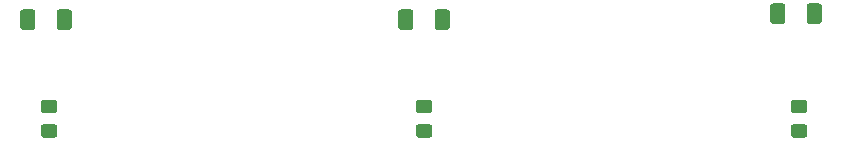
<source format=gbr>
%TF.GenerationSoftware,KiCad,Pcbnew,5.1.7-a382d34a8~87~ubuntu20.04.1*%
%TF.CreationDate,2020-10-16T18:55:23+02:00*%
%TF.ProjectId,3Channel-PiezoAmp,33436861-6e6e-4656-9c2d-5069657a6f41,rev?*%
%TF.SameCoordinates,Original*%
%TF.FileFunction,Paste,Top*%
%TF.FilePolarity,Positive*%
%FSLAX46Y46*%
G04 Gerber Fmt 4.6, Leading zero omitted, Abs format (unit mm)*
G04 Created by KiCad (PCBNEW 5.1.7-a382d34a8~87~ubuntu20.04.1) date 2020-10-16 18:55:23*
%MOMM*%
%LPD*%
G01*
G04 APERTURE LIST*
G04 APERTURE END LIST*
%TO.C,LED1*%
G36*
G01*
X54159999Y-78410000D02*
X55060001Y-78410000D01*
G75*
G02*
X55310000Y-78659999I0J-249999D01*
G01*
X55310000Y-79310001D01*
G75*
G02*
X55060001Y-79560000I-249999J0D01*
G01*
X54159999Y-79560000D01*
G75*
G02*
X53910000Y-79310001I0J249999D01*
G01*
X53910000Y-78659999D01*
G75*
G02*
X54159999Y-78410000I249999J0D01*
G01*
G37*
G36*
G01*
X54159999Y-80460000D02*
X55060001Y-80460000D01*
G75*
G02*
X55310000Y-80709999I0J-249999D01*
G01*
X55310000Y-81360001D01*
G75*
G02*
X55060001Y-81610000I-249999J0D01*
G01*
X54159999Y-81610000D01*
G75*
G02*
X53910000Y-81360001I0J249999D01*
G01*
X53910000Y-80709999D01*
G75*
G02*
X54159999Y-80460000I249999J0D01*
G01*
G37*
%TD*%
%TO.C,LED2*%
G36*
G01*
X85909999Y-78410000D02*
X86810001Y-78410000D01*
G75*
G02*
X87060000Y-78659999I0J-249999D01*
G01*
X87060000Y-79310001D01*
G75*
G02*
X86810001Y-79560000I-249999J0D01*
G01*
X85909999Y-79560000D01*
G75*
G02*
X85660000Y-79310001I0J249999D01*
G01*
X85660000Y-78659999D01*
G75*
G02*
X85909999Y-78410000I249999J0D01*
G01*
G37*
G36*
G01*
X85909999Y-80460000D02*
X86810001Y-80460000D01*
G75*
G02*
X87060000Y-80709999I0J-249999D01*
G01*
X87060000Y-81360001D01*
G75*
G02*
X86810001Y-81610000I-249999J0D01*
G01*
X85909999Y-81610000D01*
G75*
G02*
X85660000Y-81360001I0J249999D01*
G01*
X85660000Y-80709999D01*
G75*
G02*
X85909999Y-80460000I249999J0D01*
G01*
G37*
%TD*%
%TO.C,LED3*%
G36*
G01*
X117659999Y-80460000D02*
X118560001Y-80460000D01*
G75*
G02*
X118810000Y-80709999I0J-249999D01*
G01*
X118810000Y-81360001D01*
G75*
G02*
X118560001Y-81610000I-249999J0D01*
G01*
X117659999Y-81610000D01*
G75*
G02*
X117410000Y-81360001I0J249999D01*
G01*
X117410000Y-80709999D01*
G75*
G02*
X117659999Y-80460000I249999J0D01*
G01*
G37*
G36*
G01*
X117659999Y-78410000D02*
X118560001Y-78410000D01*
G75*
G02*
X118810000Y-78659999I0J-249999D01*
G01*
X118810000Y-79310001D01*
G75*
G02*
X118560001Y-79560000I-249999J0D01*
G01*
X117659999Y-79560000D01*
G75*
G02*
X117410000Y-79310001I0J249999D01*
G01*
X117410000Y-78659999D01*
G75*
G02*
X117659999Y-78410000I249999J0D01*
G01*
G37*
%TD*%
%TO.C,R14*%
G36*
G01*
X55256000Y-72253000D02*
X55256000Y-71003000D01*
G75*
G02*
X55506000Y-70753000I250000J0D01*
G01*
X56306000Y-70753000D01*
G75*
G02*
X56556000Y-71003000I0J-250000D01*
G01*
X56556000Y-72253000D01*
G75*
G02*
X56306000Y-72503000I-250000J0D01*
G01*
X55506000Y-72503000D01*
G75*
G02*
X55256000Y-72253000I0J250000D01*
G01*
G37*
G36*
G01*
X52156000Y-72253000D02*
X52156000Y-71003000D01*
G75*
G02*
X52406000Y-70753000I250000J0D01*
G01*
X53206000Y-70753000D01*
G75*
G02*
X53456000Y-71003000I0J-250000D01*
G01*
X53456000Y-72253000D01*
G75*
G02*
X53206000Y-72503000I-250000J0D01*
G01*
X52406000Y-72503000D01*
G75*
G02*
X52156000Y-72253000I0J250000D01*
G01*
G37*
%TD*%
%TO.C,R15*%
G36*
G01*
X87260000Y-72253000D02*
X87260000Y-71003000D01*
G75*
G02*
X87510000Y-70753000I250000J0D01*
G01*
X88310000Y-70753000D01*
G75*
G02*
X88560000Y-71003000I0J-250000D01*
G01*
X88560000Y-72253000D01*
G75*
G02*
X88310000Y-72503000I-250000J0D01*
G01*
X87510000Y-72503000D01*
G75*
G02*
X87260000Y-72253000I0J250000D01*
G01*
G37*
G36*
G01*
X84160000Y-72253000D02*
X84160000Y-71003000D01*
G75*
G02*
X84410000Y-70753000I250000J0D01*
G01*
X85210000Y-70753000D01*
G75*
G02*
X85460000Y-71003000I0J-250000D01*
G01*
X85460000Y-72253000D01*
G75*
G02*
X85210000Y-72503000I-250000J0D01*
G01*
X84410000Y-72503000D01*
G75*
G02*
X84160000Y-72253000I0J250000D01*
G01*
G37*
%TD*%
%TO.C,R16*%
G36*
G01*
X115656000Y-71745000D02*
X115656000Y-70495000D01*
G75*
G02*
X115906000Y-70245000I250000J0D01*
G01*
X116706000Y-70245000D01*
G75*
G02*
X116956000Y-70495000I0J-250000D01*
G01*
X116956000Y-71745000D01*
G75*
G02*
X116706000Y-71995000I-250000J0D01*
G01*
X115906000Y-71995000D01*
G75*
G02*
X115656000Y-71745000I0J250000D01*
G01*
G37*
G36*
G01*
X118756000Y-71745000D02*
X118756000Y-70495000D01*
G75*
G02*
X119006000Y-70245000I250000J0D01*
G01*
X119806000Y-70245000D01*
G75*
G02*
X120056000Y-70495000I0J-250000D01*
G01*
X120056000Y-71745000D01*
G75*
G02*
X119806000Y-71995000I-250000J0D01*
G01*
X119006000Y-71995000D01*
G75*
G02*
X118756000Y-71745000I0J250000D01*
G01*
G37*
%TD*%
M02*

</source>
